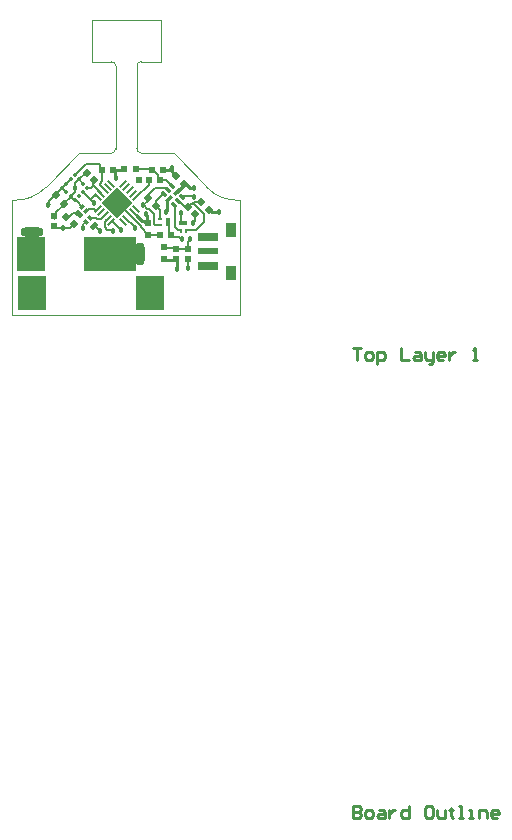
<source format=gtl>
G04*
G04 #@! TF.GenerationSoftware,Altium Limited,Altium Designer,23.1.1 (15)*
G04*
G04 Layer_Physical_Order=1*
G04 Layer_Color=16711680*
%FSLAX24Y24*%
%MOIN*%
G70*
G04*
G04 #@! TF.SameCoordinates,E02B9306-6A5D-4C65-B62C-121D950AC055*
G04*
G04*
G04 #@! TF.FilePolarity,Positive*
G04*
G01*
G75*
%ADD10C,0.0100*%
%ADD14C,0.0060*%
%ADD17C,0.0005*%
%ADD18P,0.0153X4X270.0*%
%ADD19R,0.0098X0.0157*%
%ADD20R,0.0276X0.0157*%
G04:AMPARAMS|DCode=21|XSize=9.8mil|YSize=15.7mil|CornerRadius=0mil|HoleSize=0mil|Usage=FLASHONLY|Rotation=45.000|XOffset=0mil|YOffset=0mil|HoleType=Round|Shape=Rectangle|*
%AMROTATEDRECTD21*
4,1,4,0.0021,-0.0090,-0.0090,0.0021,-0.0021,0.0090,0.0090,-0.0021,0.0021,-0.0090,0.0*
%
%ADD21ROTATEDRECTD21*%

G04:AMPARAMS|DCode=22|XSize=27.6mil|YSize=15.7mil|CornerRadius=0mil|HoleSize=0mil|Usage=FLASHONLY|Rotation=45.000|XOffset=0mil|YOffset=0mil|HoleType=Round|Shape=Rectangle|*
%AMROTATEDRECTD22*
4,1,4,-0.0042,-0.0153,-0.0153,-0.0042,0.0042,0.0153,0.0153,0.0042,-0.0042,-0.0153,0.0*
%
%ADD22ROTATEDRECTD22*%

%ADD23R,0.0157X0.0098*%
%ADD24R,0.0157X0.0276*%
G04:AMPARAMS|DCode=25|XSize=9.8mil|YSize=15.7mil|CornerRadius=0mil|HoleSize=0mil|Usage=FLASHONLY|Rotation=315.000|XOffset=0mil|YOffset=0mil|HoleType=Round|Shape=Rectangle|*
%AMROTATEDRECTD25*
4,1,4,-0.0090,-0.0021,0.0021,0.0090,0.0090,0.0021,-0.0021,-0.0090,-0.0090,-0.0021,0.0*
%
%ADD25ROTATEDRECTD25*%

G04:AMPARAMS|DCode=26|XSize=27.6mil|YSize=15.7mil|CornerRadius=0mil|HoleSize=0mil|Usage=FLASHONLY|Rotation=315.000|XOffset=0mil|YOffset=0mil|HoleType=Round|Shape=Rectangle|*
%AMROTATEDRECTD26*
4,1,4,-0.0153,0.0042,-0.0042,0.0153,0.0153,-0.0042,0.0042,-0.0153,-0.0153,0.0042,0.0*
%
%ADD26ROTATEDRECTD26*%

G04:AMPARAMS|DCode=27|XSize=31.5mil|YSize=7.9mil|CornerRadius=0mil|HoleSize=0mil|Usage=FLASHONLY|Rotation=315.000|XOffset=0mil|YOffset=0mil|HoleType=Round|Shape=Rectangle|*
%AMROTATEDRECTD27*
4,1,4,-0.0139,0.0084,-0.0084,0.0139,0.0139,-0.0084,0.0084,-0.0139,-0.0139,0.0084,0.0*
%
%ADD27ROTATEDRECTD27*%

G04:AMPARAMS|DCode=28|XSize=31.5mil|YSize=7.9mil|CornerRadius=0mil|HoleSize=0mil|Usage=FLASHONLY|Rotation=45.000|XOffset=0mil|YOffset=0mil|HoleType=Round|Shape=Rectangle|*
%AMROTATEDRECTD28*
4,1,4,-0.0084,-0.0139,-0.0139,-0.0084,0.0084,0.0139,0.0139,0.0084,-0.0084,-0.0139,0.0*
%
%ADD28ROTATEDRECTD28*%

%ADD29P,0.1002X4X90.0*%
G04:AMPARAMS|DCode=30|XSize=9.8mil|YSize=22.8mil|CornerRadius=0mil|HoleSize=0mil|Usage=FLASHONLY|Rotation=45.000|XOffset=0mil|YOffset=0mil|HoleType=Round|Shape=Rectangle|*
%AMROTATEDRECTD30*
4,1,4,0.0046,-0.0116,-0.0116,0.0046,-0.0046,0.0116,0.0116,-0.0046,0.0046,-0.0116,0.0*
%
%ADD30ROTATEDRECTD30*%

G04:AMPARAMS|DCode=31|XSize=13.8mil|YSize=24.8mil|CornerRadius=0mil|HoleSize=0mil|Usage=FLASHONLY|Rotation=135.000|XOffset=0mil|YOffset=0mil|HoleType=Round|Shape=Rectangle|*
%AMROTATEDRECTD31*
4,1,4,0.0136,0.0039,-0.0039,-0.0136,-0.0136,-0.0039,0.0039,0.0136,0.0136,0.0039,0.0*
%
%ADD31ROTATEDRECTD31*%

%ADD32R,0.0217X0.0217*%
%ADD33R,0.0350X0.0515*%
%ADD34R,0.0710X0.0295*%
%ADD35R,0.0710X0.0240*%
%ADD36R,0.0945X0.1181*%
%ADD37R,0.1717X0.1118*%
%ADD38R,0.0921X0.1118*%
%ADD39P,0.0279X4X180.0*%
%ADD40R,0.0197X0.0197*%
%ADD41R,0.0197X0.0197*%
%ADD42P,0.0307X4X180.0*%
%ADD43R,0.0217X0.0217*%
%ADD73C,0.0197*%
%ADD75C,0.0080*%
%ADD76O,0.0320X0.0770*%
%ADD77O,0.0770X0.0320*%
%ADD78C,0.0180*%
D10*
X5318Y4761D02*
X5449Y4630D01*
X4396Y3129D02*
X4488Y3038D01*
Y3352D01*
X3343Y4853D02*
X3722D01*
X1439Y3299D02*
Y3410D01*
X1381Y3241D02*
X1439Y3299D01*
X1200Y3672D02*
X1215Y3688D01*
X1420Y3998D02*
X1455D01*
X5727Y4351D02*
X5810D01*
X5449Y4107D02*
X5483D01*
X2358Y2904D02*
X2373Y2919D01*
X3410Y4622D02*
X3444Y4588D01*
Y4561D02*
Y4588D01*
X3410Y4622D02*
Y4785D01*
X3339Y4853D02*
X3343D01*
X5058Y1845D02*
X5062Y1850D01*
X5478Y1550D02*
X5488Y1541D01*
X5448Y1854D02*
X5478Y1823D01*
Y1550D02*
Y1823D01*
X5157Y3541D02*
X5160Y3544D01*
Y3754D01*
X5138Y3451D02*
X5157Y3470D01*
Y3541D01*
X5168Y3761D02*
Y3826D01*
X5207Y3865D01*
X5160Y3754D02*
X5168Y3761D01*
X5483Y4107D02*
X5727Y4351D01*
X6052Y4249D02*
X6065Y4236D01*
X5912Y4249D02*
X6052D01*
X6552Y3519D02*
X6642Y3429D01*
X6906D01*
X3345Y4851D02*
X3410Y4785D01*
X3343Y4853D02*
X3345Y4851D01*
X5318Y4761D02*
Y4911D01*
X4469Y3371D02*
X4488Y3352D01*
X5239Y4851D02*
X5299Y4911D01*
X5444Y1850D02*
X5448Y1854D01*
X5810Y4351D02*
X5912Y4249D01*
X4329Y3129D02*
X4396D01*
X5299Y4911D02*
X5318D01*
X5449Y4630D02*
Y4630D01*
X4108Y3350D02*
X4329Y3129D01*
X5025Y4851D02*
X5239D01*
X5062Y1850D02*
X5444D01*
X3722Y4853D02*
X3730Y4861D01*
X11354Y-1104D02*
X11621D01*
X11487D01*
Y-1504D01*
X11821D02*
X11954D01*
X12021Y-1438D01*
Y-1304D01*
X11954Y-1238D01*
X11821D01*
X11754Y-1304D01*
Y-1438D01*
X11821Y-1504D01*
X12154Y-1637D02*
Y-1238D01*
X12354D01*
X12420Y-1304D01*
Y-1438D01*
X12354Y-1504D01*
X12154D01*
X12954Y-1104D02*
Y-1504D01*
X13220D01*
X13420Y-1238D02*
X13553D01*
X13620Y-1304D01*
Y-1504D01*
X13420D01*
X13353Y-1438D01*
X13420Y-1371D01*
X13620D01*
X13753Y-1238D02*
Y-1438D01*
X13820Y-1504D01*
X14020D01*
Y-1571D01*
X13953Y-1637D01*
X13887D01*
X14020Y-1504D02*
Y-1238D01*
X14353Y-1504D02*
X14220D01*
X14153Y-1438D01*
Y-1304D01*
X14220Y-1238D01*
X14353D01*
X14420Y-1304D01*
Y-1371D01*
X14153D01*
X14553Y-1238D02*
Y-1504D01*
Y-1371D01*
X14620Y-1304D01*
X14686Y-1238D01*
X14753D01*
X15353Y-1504D02*
X15486D01*
X15419D01*
Y-1104D01*
X15353Y-1171D01*
X11354Y-16380D02*
Y-16780D01*
X11554D01*
X11621Y-16713D01*
Y-16646D01*
X11554Y-16580D01*
X11354D01*
X11554D01*
X11621Y-16513D01*
Y-16446D01*
X11554Y-16380D01*
X11354D01*
X11821Y-16780D02*
X11954D01*
X12021Y-16713D01*
Y-16580D01*
X11954Y-16513D01*
X11821D01*
X11754Y-16580D01*
Y-16713D01*
X11821Y-16780D01*
X12220Y-16513D02*
X12354D01*
X12420Y-16580D01*
Y-16780D01*
X12220D01*
X12154Y-16713D01*
X12220Y-16646D01*
X12420D01*
X12554Y-16513D02*
Y-16780D01*
Y-16646D01*
X12620Y-16580D01*
X12687Y-16513D01*
X12754D01*
X13220Y-16380D02*
Y-16780D01*
X13020D01*
X12954Y-16713D01*
Y-16580D01*
X13020Y-16513D01*
X13220D01*
X13953Y-16380D02*
X13820D01*
X13753Y-16446D01*
Y-16713D01*
X13820Y-16780D01*
X13953D01*
X14020Y-16713D01*
Y-16446D01*
X13953Y-16380D01*
X14153Y-16513D02*
Y-16713D01*
X14220Y-16780D01*
X14420D01*
Y-16513D01*
X14620Y-16446D02*
Y-16513D01*
X14553D01*
X14686D01*
X14620D01*
Y-16713D01*
X14686Y-16780D01*
X14886D02*
X15020D01*
X14953D01*
Y-16380D01*
X14886D01*
X15220Y-16780D02*
X15353D01*
X15286D01*
Y-16513D01*
X15220D01*
X15553Y-16780D02*
Y-16513D01*
X15753D01*
X15819Y-16580D01*
Y-16780D01*
X16153D02*
X16019D01*
X15953Y-16713D01*
Y-16580D01*
X16019Y-16513D01*
X16153D01*
X16219Y-16580D01*
Y-16646D01*
X15953D01*
D14*
X3082Y2923D02*
Y3086D01*
Y2923D02*
X3164Y2842D01*
X3106Y3114D02*
Y3127D01*
X3083Y3090D02*
X3106Y3114D01*
X3083Y3087D02*
Y3090D01*
X3106Y3127D02*
X3190Y3211D01*
X3082Y3086D02*
X3083Y3087D01*
X3164Y2842D02*
X3322D01*
X2749Y2979D02*
X2928Y2799D01*
X2749Y2979D02*
Y3021D01*
X1403Y2909D02*
X1934D01*
X2050Y3026D01*
X2502Y4244D02*
X2620D01*
X2084Y4667D02*
X2457Y5040D01*
X2084Y4662D02*
Y4667D01*
X2614Y3873D02*
X2759Y4018D01*
X2614Y3847D02*
X2715Y3747D01*
X2614Y3847D02*
Y3873D01*
X2363Y4105D02*
X2604Y3863D01*
X2620Y4244D02*
X2683Y4307D01*
X2921Y4861D02*
Y5005D01*
X2457Y5040D02*
X2886D01*
X2921Y4861D02*
X2931Y4851D01*
X2886Y5040D02*
X2921Y5005D01*
X1381Y2887D02*
X1403Y2909D01*
X2464Y3458D02*
X2556Y3550D01*
X2717D02*
X2782Y3485D01*
X2438Y3458D02*
X2464D01*
X2556Y3550D02*
X2717D01*
X2856Y3934D02*
X2888Y3902D01*
X1915Y3297D02*
X2030Y3413D01*
X2166Y3327D02*
X2208D01*
X2030Y3413D02*
X2080D01*
X2166Y3327D01*
X1789Y3297D02*
X1915D01*
X1758Y3327D02*
X1789Y3297D01*
X2590Y3242D02*
X2796D01*
X2832Y3207D01*
X2963D01*
X2860Y4169D02*
Y4169D01*
Y4166D02*
Y4169D01*
X4533Y3806D02*
Y4006D01*
X4356Y3654D02*
X4389D01*
X4510Y3808D02*
X4531D01*
X4533Y3806D01*
X4356Y3654D02*
X4510Y3808D01*
X5553Y2612D02*
X5638Y2527D01*
X5293Y2612D02*
X5553D01*
X5638Y2527D02*
X5648D01*
X4728Y3050D02*
X4773Y3005D01*
X4952D01*
X4728Y3050D02*
Y3380D01*
X5848Y2434D02*
X5929Y2515D01*
X5859Y1566D02*
X5870Y1555D01*
X5859Y1566D02*
Y1794D01*
X5848Y1805D02*
X5859Y1794D01*
X5848Y2211D02*
Y2434D01*
X5929Y2515D02*
Y2527D01*
X2683Y4307D02*
Y4436D01*
X2772Y4018D02*
X2856Y3934D01*
X3322Y2842D02*
X3345Y2819D01*
X3323Y3120D02*
X3335D01*
X3320Y3117D02*
X3323Y3120D01*
X3335D02*
X3625Y2830D01*
X4058Y2915D02*
X4077Y2896D01*
X4058Y2915D02*
Y2955D01*
X4926Y4505D02*
X5114D01*
X5319Y4300D01*
X5083Y4231D02*
X5150Y4163D01*
X5151D01*
X4758Y4231D02*
X5083D01*
X4848Y4583D02*
X4926Y4505D01*
X4848Y4583D02*
Y4674D01*
X4666Y4856D02*
X4848Y4674D01*
X4544Y4477D02*
X4572Y4505D01*
X4136Y3934D02*
X4544Y4342D01*
Y4477D01*
X5412Y2937D02*
Y3566D01*
X5330Y3733D02*
X5440Y3622D01*
X5412Y3566D02*
X5440Y3595D01*
X5412Y2937D02*
X5518Y2830D01*
X5440Y3595D02*
Y3622D01*
X5793Y2834D02*
X6133D01*
X5534Y3807D02*
X5551D01*
X5853Y3616D02*
X5863Y3626D01*
X5551Y3807D02*
X5742Y3616D01*
X5853D01*
X5673Y3963D02*
X6046D01*
X4783Y3798D02*
X5013Y4028D01*
X4783Y3646D02*
Y3798D01*
X6046Y3963D02*
X6060Y3949D01*
X6048Y3769D02*
X6302D01*
X5590Y2830D02*
X5616Y2804D01*
X4783Y3646D02*
X4920Y3508D01*
X3802Y3211D02*
X4058Y2955D01*
X6024Y3745D02*
X6388Y3381D01*
X5215Y2690D02*
Y3081D01*
X5631Y3118D02*
Y3415D01*
X2782Y3485D02*
X2796D01*
X5432Y2224D02*
X5448Y2208D01*
X5215Y2690D02*
X5293Y2612D01*
X5846Y2209D02*
X5848Y2211D01*
X5449Y2209D02*
X5846D01*
X3141Y4095D02*
Y4108D01*
X6034Y3057D02*
Y3080D01*
X2967Y4046D02*
Y4059D01*
X5677Y3072D02*
X5723D01*
X2918Y4331D02*
Y4381D01*
X6024Y3745D02*
X6048Y3769D01*
X4920Y3189D02*
Y3508D01*
X2759Y4018D02*
X2772D01*
X4496Y3546D02*
X4563D01*
X5058Y2239D02*
X5074Y2224D01*
X5448Y2208D02*
X5449Y2209D01*
X2703Y4327D02*
X2860Y4169D01*
X6133Y2834D02*
X6388Y3089D01*
X4533Y4006D02*
X4758Y4231D01*
X2967Y4046D02*
X3073Y3940D01*
X4563Y3546D02*
X4728Y3380D01*
X6103Y3150D02*
Y3329D01*
X2918Y4381D02*
X2991Y4454D01*
X5863Y3681D02*
X5883Y3660D01*
X2991Y4454D02*
Y4851D01*
X5939Y3660D02*
X6024Y3745D01*
X2796Y3485D02*
X2856Y3545D01*
X6103Y3329D02*
X6113Y3339D01*
X5196Y3101D02*
X5215Y3081D01*
X4389Y3654D02*
X4496Y3546D01*
X5074Y2224D02*
X5432D01*
X4134Y4856D02*
X4666D01*
X6388Y3089D02*
Y3381D01*
X5518Y2830D02*
X5590D01*
X3078Y3322D02*
X3145Y3389D01*
X6034Y3080D02*
X6103Y3150D01*
X2860Y4166D02*
X2967Y4059D01*
X5631Y3118D02*
X5677Y3072D01*
X2918Y4331D02*
X3141Y4108D01*
X5883Y3660D02*
X5939D01*
X2963Y3207D02*
X3078Y3322D01*
D17*
X0Y3830D02*
G03*
X1114Y4257I100J1406D01*
G01*
X6486D02*
G03*
X7600Y3830I1014J979D01*
G01*
X3450Y8300D02*
G03*
X3300Y8450I-150J0D01*
G01*
X4150Y5550D02*
G03*
X4300Y5400I150J0D01*
G01*
Y8450D02*
G03*
X4150Y8300I0J-150D01*
G01*
X3300Y5400D02*
G03*
X3450Y5550I0J150D01*
G01*
X0Y0D02*
Y3830D01*
X7600Y0D02*
Y1725D01*
Y2515D01*
Y3830D01*
X0Y0D02*
X7600D01*
X2650Y8450D02*
Y9830D01*
X4300Y5400D02*
X5382D01*
X2650Y8450D02*
X3300D01*
X2650Y9830D02*
X4950D01*
Y8450D02*
Y9830D01*
X3450Y5550D02*
Y8300D01*
X4300Y8450D02*
X4950D01*
X5382Y5400D02*
X6486Y4257D01*
X1114D02*
X2218Y5400D01*
X4150Y5550D02*
Y8300D01*
X2218Y5400D02*
X3300D01*
D18*
X1945Y3966D02*
D03*
X2084Y3827D02*
D03*
X1806Y4105D02*
D03*
X2224Y3966D02*
D03*
X2363Y4105D02*
D03*
X1667Y4244D02*
D03*
X1806Y4384D02*
D03*
X1945Y4523D02*
D03*
X2224Y4523D02*
D03*
X2502Y4244D02*
D03*
X2363Y4384D02*
D03*
X2084Y4662D02*
D03*
D19*
X5793Y2804D02*
D03*
X5616D02*
D03*
D20*
X5704Y3080D02*
D03*
D21*
X2465Y3117D02*
D03*
X2590Y3242D02*
D03*
D22*
X2722Y2985D02*
D03*
D23*
X4920Y3012D02*
D03*
Y3189D02*
D03*
D24*
X5196Y3101D02*
D03*
D25*
X2340Y3612D02*
D03*
X2465Y3486D02*
D03*
D26*
X2208Y3354D02*
D03*
D27*
X2856Y3934D02*
D03*
X3190Y4268D02*
D03*
X3078Y4157D02*
D03*
X2967Y4046D02*
D03*
X3301Y4380D02*
D03*
X3802Y3211D02*
D03*
X3691Y3099D02*
D03*
X4025Y3433D02*
D03*
X3914Y3322D02*
D03*
X4136Y3545D02*
D03*
D28*
X2856D02*
D03*
X2967Y3433D02*
D03*
X3802Y4268D02*
D03*
X3691Y4380D02*
D03*
X3078Y3322D02*
D03*
X3190Y3211D02*
D03*
X3301Y3099D02*
D03*
X3914Y4157D02*
D03*
X4025Y4046D02*
D03*
X4136Y3934D02*
D03*
D29*
X3496Y3740D02*
D03*
D30*
X5394Y3668D02*
D03*
X5041Y4021D02*
D03*
X5180Y4161D02*
D03*
X5319Y4300D02*
D03*
X5673Y3946D02*
D03*
X5534Y3807D02*
D03*
D31*
X5478Y4105D02*
D03*
X5236Y3863D02*
D03*
D32*
X4572Y4505D02*
D03*
X4218D02*
D03*
X3345Y4851D02*
D03*
X2991D02*
D03*
X4926Y4505D02*
D03*
X4572D02*
D03*
X5025Y4851D02*
D03*
X4671D02*
D03*
X5275Y2669D02*
D03*
X4921D02*
D03*
D33*
X7288Y2848D02*
D03*
Y1393D02*
D03*
D34*
X6518Y1638D02*
D03*
Y2603D02*
D03*
D35*
Y2121D02*
D03*
D36*
X4579Y730D02*
D03*
X642D02*
D03*
D37*
X3250Y2050D02*
D03*
D38*
X632D02*
D03*
D39*
X5737Y4361D02*
D03*
X5459Y4640D02*
D03*
X1734Y3719D02*
D03*
X1455Y3998D02*
D03*
D40*
X4524Y2686D02*
D03*
Y3080D02*
D03*
X5058Y2259D02*
D03*
Y1865D02*
D03*
D41*
X3740Y4856D02*
D03*
X4134D02*
D03*
D42*
X1800Y3276D02*
D03*
X2050Y3026D02*
D03*
X2731Y4489D02*
D03*
X2481Y4740D02*
D03*
X6103Y3366D02*
D03*
X5853Y3616D02*
D03*
X6302Y3769D02*
D03*
X6552Y3519D02*
D03*
X4783Y3646D02*
D03*
X4533Y3896D02*
D03*
D43*
X1385Y2962D02*
D03*
Y3316D02*
D03*
X5848Y1857D02*
D03*
Y2211D02*
D03*
X5448Y2208D02*
D03*
Y1854D02*
D03*
D73*
X3496Y3461D02*
D03*
X3774Y3740D02*
D03*
X3218D02*
D03*
X3496Y4018D02*
D03*
D75*
X1950Y3965D02*
X2088Y4102D01*
Y4214D01*
X2100Y4400D02*
X2224Y4523D01*
X2100Y4240D02*
Y4400D01*
Y4240D02*
X2107Y4233D01*
X2088Y4214D02*
X2107Y4233D01*
X1950Y3941D02*
Y3965D01*
X2224Y4523D02*
X2454Y4753D01*
X2224Y4523D02*
X2363Y4384D01*
X2101Y3827D02*
X2104D01*
X2084D02*
X2101D01*
X2064D02*
X2084D01*
X1439Y3410D02*
X1741Y3712D01*
X2104Y3827D02*
X2127Y3804D01*
X2148D01*
X1734Y3724D02*
X1950Y3941D01*
X2064Y3827D01*
X1215Y3688D02*
Y3793D01*
X1420Y3998D01*
X1667Y4244D02*
X1806Y4105D01*
X1455Y3998D02*
Y4033D01*
X1667Y4244D01*
X1806Y4384D02*
X1945Y4523D01*
X1667Y4244D02*
X1806Y4384D01*
X4501Y2657D02*
X4867D01*
X2148Y3804D02*
X2340Y3612D01*
X2373Y3044D02*
X2409Y3080D01*
X2373Y2919D02*
Y3044D01*
X3914Y3322D02*
X4274Y2962D01*
X3496Y3740D02*
X3914Y3322D01*
X4274Y2937D02*
X4524Y2686D01*
X4274Y2937D02*
Y2962D01*
X4867Y2657D02*
X4881Y2671D01*
D76*
X4270Y2050D02*
D03*
D77*
X659Y2770D02*
D03*
D78*
X2928Y2799D02*
D03*
X2107Y4233D02*
D03*
X1200Y3672D02*
D03*
X1677Y2909D02*
D03*
X2358Y2904D02*
D03*
X2715Y3743D02*
D03*
X3444Y4561D02*
D03*
X4356Y3654D02*
D03*
X5488Y1541D02*
D03*
X5929Y2527D02*
D03*
X5870Y1555D02*
D03*
X4300Y1120D02*
D03*
Y340D02*
D03*
X3345Y2819D02*
D03*
X2648Y1690D02*
D03*
Y2411D02*
D03*
X3909Y1690D02*
D03*
X3625Y2830D02*
D03*
X4077Y2896D02*
D03*
X4218Y4505D02*
D03*
X6060Y3949D02*
D03*
X6065Y4236D02*
D03*
X6906Y3429D02*
D03*
X5138Y3451D02*
D03*
X4469Y3371D02*
D03*
X6034Y3057D02*
D03*
X5631Y3415D02*
D03*
X906Y2411D02*
D03*
X386Y337D02*
D03*
X906D02*
D03*
X6518Y2121D02*
D03*
X906Y1110D02*
D03*
X6518Y1638D02*
D03*
X3909Y2411D02*
D03*
X386D02*
D03*
Y1690D02*
D03*
X5648Y2527D02*
D03*
X906Y1690D02*
D03*
X7286Y2848D02*
D03*
X6518Y2603D02*
D03*
X5318Y4911D02*
D03*
X7286Y1392D02*
D03*
X386Y1110D02*
D03*
X4900Y340D02*
D03*
M02*

</source>
